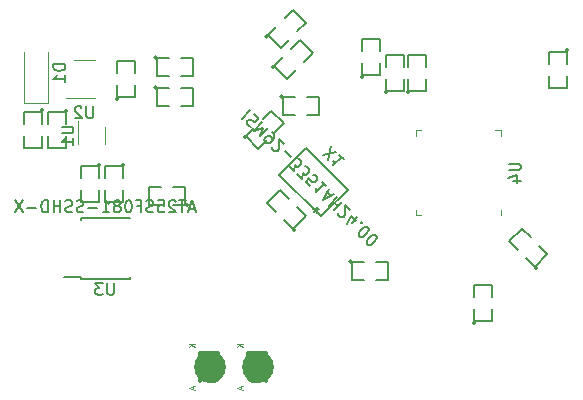
<source format=gbr>
%TF.GenerationSoftware,KiCad,Pcbnew,6.0.10+dfsg-1~bpo11+1*%
%TF.CreationDate,2023-02-14T08:10:15+00:00*%
%TF.ProjectId,PROGLOG01A,50524f47-4c4f-4473-9031-412e6b696361,REV*%
%TF.SameCoordinates,Original*%
%TF.FileFunction,Legend,Bot*%
%TF.FilePolarity,Positive*%
%FSLAX46Y46*%
G04 Gerber Fmt 4.6, Leading zero omitted, Abs format (unit mm)*
G04 Created by KiCad (PCBNEW 6.0.10+dfsg-1~bpo11+1) date 2023-02-14 08:10:15*
%MOMM*%
%LPD*%
G01*
G04 APERTURE LIST*
%ADD10C,0.150000*%
%ADD11C,0.304800*%
%ADD12C,0.099060*%
%ADD13C,0.120000*%
%ADD14C,2.700000*%
G04 APERTURE END LIST*
D10*
%TO.C,U4*%
X205364180Y-120992995D02*
X206173704Y-120992995D01*
X206268942Y-121040614D01*
X206316561Y-121088233D01*
X206364180Y-121183471D01*
X206364180Y-121373947D01*
X206316561Y-121469185D01*
X206268942Y-121516804D01*
X206173704Y-121564423D01*
X205364180Y-121564423D01*
X205697514Y-122469185D02*
X206364180Y-122469185D01*
X205316561Y-122231090D02*
X206030847Y-121992995D01*
X206030847Y-122612042D01*
%TO.C,U1*%
X167505380Y-117856095D02*
X168314904Y-117856095D01*
X168410142Y-117903714D01*
X168457761Y-117951333D01*
X168505380Y-118046571D01*
X168505380Y-118237047D01*
X168457761Y-118332285D01*
X168410142Y-118379904D01*
X168314904Y-118427523D01*
X167505380Y-118427523D01*
X168505380Y-119427523D02*
X168505380Y-118856095D01*
X168505380Y-119141809D02*
X167505380Y-119141809D01*
X167648238Y-119046571D01*
X167743476Y-118951333D01*
X167791095Y-118856095D01*
%TO.C,U2*%
X170179904Y-116144380D02*
X170179904Y-116953904D01*
X170132285Y-117049142D01*
X170084666Y-117096761D01*
X169989428Y-117144380D01*
X169798952Y-117144380D01*
X169703714Y-117096761D01*
X169656095Y-117049142D01*
X169608476Y-116953904D01*
X169608476Y-116144380D01*
X169179904Y-116239619D02*
X169132285Y-116192000D01*
X169037047Y-116144380D01*
X168798952Y-116144380D01*
X168703714Y-116192000D01*
X168656095Y-116239619D01*
X168608476Y-116334857D01*
X168608476Y-116430095D01*
X168656095Y-116572952D01*
X169227523Y-117144380D01*
X168608476Y-117144380D01*
%TO.C,X1*%
X189595604Y-120232504D02*
X190774115Y-119996802D01*
X190067008Y-120703908D02*
X190302710Y-119525397D01*
X191413878Y-120636565D02*
X191009817Y-120232504D01*
X191211848Y-120434534D02*
X190504741Y-121141641D01*
X190538413Y-120973282D01*
X190538413Y-120838595D01*
X190504741Y-120737580D01*
X183494033Y-116488428D02*
X182786926Y-117195534D01*
X183763407Y-116825145D02*
X183898094Y-116892489D01*
X184066453Y-117060847D01*
X184100124Y-117161863D01*
X184100124Y-117229206D01*
X184066453Y-117330221D01*
X183999109Y-117397565D01*
X183898094Y-117431237D01*
X183830750Y-117431237D01*
X183729735Y-117397565D01*
X183561376Y-117296550D01*
X183460361Y-117262878D01*
X183393018Y-117262878D01*
X183292002Y-117296550D01*
X183224659Y-117363893D01*
X183190987Y-117464908D01*
X183190987Y-117532252D01*
X183224659Y-117633267D01*
X183393018Y-117801626D01*
X183527705Y-117868969D01*
X184504185Y-117498580D02*
X183797079Y-118205687D01*
X184537857Y-117936313D01*
X184268483Y-118677091D01*
X184975590Y-117969985D01*
X185345979Y-118340374D02*
X185480666Y-118475061D01*
X185514338Y-118576076D01*
X185514338Y-118643420D01*
X185480666Y-118811778D01*
X185379651Y-118980137D01*
X185110277Y-119249511D01*
X185009262Y-119283183D01*
X184941918Y-119283183D01*
X184840903Y-119249511D01*
X184706216Y-119114824D01*
X184672544Y-119013809D01*
X184672544Y-118946465D01*
X184706216Y-118845450D01*
X184874575Y-118677091D01*
X184975590Y-118643420D01*
X185042933Y-118643420D01*
X185143949Y-118677091D01*
X185278636Y-118811778D01*
X185312307Y-118912794D01*
X185312307Y-118980137D01*
X185278636Y-119081152D01*
X185312307Y-119586229D02*
X185312307Y-119653572D01*
X185345979Y-119754588D01*
X185514338Y-119922946D01*
X185615353Y-119956618D01*
X185682697Y-119956618D01*
X185783712Y-119922946D01*
X185851056Y-119855603D01*
X185918399Y-119720916D01*
X185918399Y-118912794D01*
X186356132Y-119350526D01*
X186389804Y-119922946D02*
X186928552Y-120461694D01*
X186760193Y-121168801D02*
X187197926Y-121606534D01*
X187231597Y-121101458D01*
X187332613Y-121202473D01*
X187433628Y-121236145D01*
X187500971Y-121236145D01*
X187601987Y-121202473D01*
X187770345Y-121034114D01*
X187804017Y-120933099D01*
X187804017Y-120865755D01*
X187770345Y-120764740D01*
X187568315Y-120562710D01*
X187467300Y-120529038D01*
X187399956Y-120529038D01*
X187433628Y-121842236D02*
X187871361Y-122279969D01*
X187905032Y-121774893D01*
X188006048Y-121875908D01*
X188107063Y-121909580D01*
X188174406Y-121909580D01*
X188275422Y-121875908D01*
X188443780Y-121707549D01*
X188477452Y-121606534D01*
X188477452Y-121539190D01*
X188443780Y-121438175D01*
X188241750Y-121236145D01*
X188140735Y-121202473D01*
X188073391Y-121202473D01*
X188511124Y-122919732D02*
X188174406Y-122583015D01*
X188477452Y-122212625D01*
X188477452Y-122279969D01*
X188511124Y-122380984D01*
X188679483Y-122549343D01*
X188780498Y-122583015D01*
X188847841Y-122583015D01*
X188948857Y-122549343D01*
X189117215Y-122380984D01*
X189150887Y-122279969D01*
X189150887Y-122212625D01*
X189117215Y-122111610D01*
X188948857Y-121943251D01*
X188847841Y-121909580D01*
X188780498Y-121909580D01*
X189925337Y-122919732D02*
X189521276Y-122515671D01*
X189723307Y-122717702D02*
X189016200Y-123424808D01*
X189049872Y-123256450D01*
X189049872Y-123121763D01*
X189016200Y-123020747D01*
X189992681Y-123391137D02*
X190329398Y-123727854D01*
X190127368Y-123121763D02*
X189655963Y-124064572D01*
X190598772Y-123593167D01*
X190834475Y-123828869D02*
X190127368Y-124535976D01*
X190464085Y-124199259D02*
X190868146Y-124603320D01*
X191238536Y-124232930D02*
X190531429Y-124940037D01*
X190901818Y-125175740D02*
X190901818Y-125243083D01*
X190935490Y-125344098D01*
X191103849Y-125512457D01*
X191204864Y-125546129D01*
X191272207Y-125546129D01*
X191373223Y-125512457D01*
X191440566Y-125445114D01*
X191507910Y-125310427D01*
X191507910Y-124502304D01*
X191945643Y-124940037D01*
X192080330Y-126017533D02*
X192551734Y-125546129D01*
X191642597Y-126118549D02*
X191979314Y-125445114D01*
X192417047Y-125882846D01*
X192854780Y-125983862D02*
X192922123Y-125983862D01*
X192922123Y-125916518D01*
X192854780Y-125916518D01*
X192854780Y-125983862D01*
X192922123Y-125916518D01*
X192686421Y-127095029D02*
X192753765Y-127162373D01*
X192854780Y-127196045D01*
X192922123Y-127196045D01*
X193023139Y-127162373D01*
X193191497Y-127061358D01*
X193359856Y-126892999D01*
X193460871Y-126724640D01*
X193494543Y-126623625D01*
X193494543Y-126556281D01*
X193460871Y-126455266D01*
X193393528Y-126387923D01*
X193292513Y-126354251D01*
X193225169Y-126354251D01*
X193124154Y-126387923D01*
X192955795Y-126488938D01*
X192787436Y-126657297D01*
X192686421Y-126825655D01*
X192652749Y-126926671D01*
X192652749Y-126994014D01*
X192686421Y-127095029D01*
X193359856Y-127768464D02*
X193427200Y-127835808D01*
X193528215Y-127869480D01*
X193595558Y-127869480D01*
X193696574Y-127835808D01*
X193864932Y-127734793D01*
X194033291Y-127566434D01*
X194134306Y-127398075D01*
X194167978Y-127297060D01*
X194167978Y-127229716D01*
X194134306Y-127128701D01*
X194066963Y-127061358D01*
X193965948Y-127027686D01*
X193898604Y-127027686D01*
X193797589Y-127061358D01*
X193629230Y-127162373D01*
X193460871Y-127330732D01*
X193359856Y-127499090D01*
X193326184Y-127600106D01*
X193326184Y-127667449D01*
X193359856Y-127768464D01*
X188883846Y-125070546D02*
X189052205Y-124902187D01*
X188816503Y-124801172D02*
X189052205Y-124902187D01*
X189153220Y-125137889D01*
X189085877Y-124666485D02*
X189052205Y-124902187D01*
X189287907Y-124868515D01*
D11*
%TO.C,D3*%
X180775428Y-137051142D02*
X179251428Y-137051142D01*
X179251428Y-137414000D01*
X179324000Y-137631714D01*
X179469142Y-137776857D01*
X179614285Y-137849428D01*
X179904571Y-137922000D01*
X180122285Y-137922000D01*
X180412571Y-137849428D01*
X180557714Y-137776857D01*
X180702857Y-137631714D01*
X180775428Y-137414000D01*
X180775428Y-137051142D01*
X179251428Y-138430000D02*
X179251428Y-139373428D01*
X179832000Y-138865428D01*
X179832000Y-139083142D01*
X179904571Y-139228285D01*
X179977142Y-139300857D01*
X180122285Y-139373428D01*
X180485142Y-139373428D01*
X180630285Y-139300857D01*
X180702857Y-139228285D01*
X180775428Y-139083142D01*
X180775428Y-138647714D01*
X180702857Y-138502571D01*
X180630285Y-138430000D01*
D12*
X178619996Y-139857721D02*
X178619996Y-140095998D01*
X178762962Y-139810066D02*
X178262582Y-139976860D01*
X178762962Y-140143653D01*
X178762962Y-136244088D02*
X178262582Y-136244088D01*
X178762962Y-136530019D02*
X178477030Y-136315570D01*
X178262582Y-136530019D02*
X178548513Y-136244088D01*
D11*
%TO.C,D2*%
X184839428Y-137051142D02*
X183315428Y-137051142D01*
X183315428Y-137414000D01*
X183388000Y-137631714D01*
X183533142Y-137776857D01*
X183678285Y-137849428D01*
X183968571Y-137922000D01*
X184186285Y-137922000D01*
X184476571Y-137849428D01*
X184621714Y-137776857D01*
X184766857Y-137631714D01*
X184839428Y-137414000D01*
X184839428Y-137051142D01*
X183460571Y-138502571D02*
X183388000Y-138575142D01*
X183315428Y-138720285D01*
X183315428Y-139083142D01*
X183388000Y-139228285D01*
X183460571Y-139300857D01*
X183605714Y-139373428D01*
X183750857Y-139373428D01*
X183968571Y-139300857D01*
X184839428Y-138430000D01*
X184839428Y-139373428D01*
D12*
X182683996Y-139857721D02*
X182683996Y-140095998D01*
X182826962Y-139810066D02*
X182326582Y-139976860D01*
X182826962Y-140143653D01*
X182826962Y-136244088D02*
X182326582Y-136244088D01*
X182826962Y-136530019D02*
X182541030Y-136315570D01*
X182326582Y-136530019D02*
X182612513Y-136244088D01*
D10*
%TO.C,D1*%
X167806380Y-112573904D02*
X166806380Y-112573904D01*
X166806380Y-112812000D01*
X166854000Y-112954857D01*
X166949238Y-113050095D01*
X167044476Y-113097714D01*
X167234952Y-113145333D01*
X167377809Y-113145333D01*
X167568285Y-113097714D01*
X167663523Y-113050095D01*
X167758761Y-112954857D01*
X167806380Y-112812000D01*
X167806380Y-112573904D01*
X167806380Y-114097714D02*
X167806380Y-113526285D01*
X167806380Y-113812000D02*
X166806380Y-113812000D01*
X166949238Y-113716761D01*
X167044476Y-113621523D01*
X167092095Y-113526285D01*
%TO.C,U3*%
X171942664Y-131108080D02*
X171942664Y-131917604D01*
X171895045Y-132012842D01*
X171847426Y-132060461D01*
X171752188Y-132108080D01*
X171561712Y-132108080D01*
X171466474Y-132060461D01*
X171418855Y-132012842D01*
X171371236Y-131917604D01*
X171371236Y-131108080D01*
X170990283Y-131108080D02*
X170371236Y-131108080D01*
X170704569Y-131489033D01*
X170561712Y-131489033D01*
X170466474Y-131536652D01*
X170418855Y-131584271D01*
X170371236Y-131679509D01*
X170371236Y-131917604D01*
X170418855Y-132012842D01*
X170466474Y-132060461D01*
X170561712Y-132108080D01*
X170847426Y-132108080D01*
X170942664Y-132060461D01*
X170990283Y-132012842D01*
X178775998Y-124822366D02*
X178299807Y-124822366D01*
X178871236Y-125108080D02*
X178537902Y-124108080D01*
X178204569Y-125108080D01*
X178014093Y-124108080D02*
X177442664Y-124108080D01*
X177728379Y-125108080D02*
X177728379Y-124108080D01*
X177156950Y-124203319D02*
X177109331Y-124155700D01*
X177014093Y-124108080D01*
X176775998Y-124108080D01*
X176680760Y-124155700D01*
X176633140Y-124203319D01*
X176585521Y-124298557D01*
X176585521Y-124393795D01*
X176633140Y-124536652D01*
X177204569Y-125108080D01*
X176585521Y-125108080D01*
X175680760Y-124108080D02*
X176156950Y-124108080D01*
X176204569Y-124584271D01*
X176156950Y-124536652D01*
X176061712Y-124489033D01*
X175823617Y-124489033D01*
X175728379Y-124536652D01*
X175680760Y-124584271D01*
X175633140Y-124679509D01*
X175633140Y-124917604D01*
X175680760Y-125012842D01*
X175728379Y-125060461D01*
X175823617Y-125108080D01*
X176061712Y-125108080D01*
X176156950Y-125060461D01*
X176204569Y-125012842D01*
X175252188Y-125060461D02*
X175109331Y-125108080D01*
X174871236Y-125108080D01*
X174775998Y-125060461D01*
X174728379Y-125012842D01*
X174680760Y-124917604D01*
X174680760Y-124822366D01*
X174728379Y-124727128D01*
X174775998Y-124679509D01*
X174871236Y-124631890D01*
X175061712Y-124584271D01*
X175156950Y-124536652D01*
X175204569Y-124489033D01*
X175252188Y-124393795D01*
X175252188Y-124298557D01*
X175204569Y-124203319D01*
X175156950Y-124155700D01*
X175061712Y-124108080D01*
X174823617Y-124108080D01*
X174680760Y-124155700D01*
X173918855Y-124584271D02*
X174252188Y-124584271D01*
X174252188Y-125108080D02*
X174252188Y-124108080D01*
X173775998Y-124108080D01*
X173204569Y-124108080D02*
X173109331Y-124108080D01*
X173014093Y-124155700D01*
X172966474Y-124203319D01*
X172918855Y-124298557D01*
X172871236Y-124489033D01*
X172871236Y-124727128D01*
X172918855Y-124917604D01*
X172966474Y-125012842D01*
X173014093Y-125060461D01*
X173109331Y-125108080D01*
X173204569Y-125108080D01*
X173299807Y-125060461D01*
X173347426Y-125012842D01*
X173395045Y-124917604D01*
X173442664Y-124727128D01*
X173442664Y-124489033D01*
X173395045Y-124298557D01*
X173347426Y-124203319D01*
X173299807Y-124155700D01*
X173204569Y-124108080D01*
X172299807Y-124536652D02*
X172395045Y-124489033D01*
X172442664Y-124441414D01*
X172490283Y-124346176D01*
X172490283Y-124298557D01*
X172442664Y-124203319D01*
X172395045Y-124155700D01*
X172299807Y-124108080D01*
X172109331Y-124108080D01*
X172014093Y-124155700D01*
X171966474Y-124203319D01*
X171918855Y-124298557D01*
X171918855Y-124346176D01*
X171966474Y-124441414D01*
X172014093Y-124489033D01*
X172109331Y-124536652D01*
X172299807Y-124536652D01*
X172395045Y-124584271D01*
X172442664Y-124631890D01*
X172490283Y-124727128D01*
X172490283Y-124917604D01*
X172442664Y-125012842D01*
X172395045Y-125060461D01*
X172299807Y-125108080D01*
X172109331Y-125108080D01*
X172014093Y-125060461D01*
X171966474Y-125012842D01*
X171918855Y-124917604D01*
X171918855Y-124727128D01*
X171966474Y-124631890D01*
X172014093Y-124584271D01*
X172109331Y-124536652D01*
X170966474Y-125108080D02*
X171537902Y-125108080D01*
X171252188Y-125108080D02*
X171252188Y-124108080D01*
X171347426Y-124250938D01*
X171442664Y-124346176D01*
X171537902Y-124393795D01*
X170537902Y-124727128D02*
X169775998Y-124727128D01*
X169347426Y-125060461D02*
X169204569Y-125108080D01*
X168966474Y-125108080D01*
X168871236Y-125060461D01*
X168823617Y-125012842D01*
X168775998Y-124917604D01*
X168775998Y-124822366D01*
X168823617Y-124727128D01*
X168871236Y-124679509D01*
X168966474Y-124631890D01*
X169156950Y-124584271D01*
X169252188Y-124536652D01*
X169299807Y-124489033D01*
X169347426Y-124393795D01*
X169347426Y-124298557D01*
X169299807Y-124203319D01*
X169252188Y-124155700D01*
X169156950Y-124108080D01*
X168918855Y-124108080D01*
X168775998Y-124155700D01*
X168395045Y-125060461D02*
X168252188Y-125108080D01*
X168014093Y-125108080D01*
X167918855Y-125060461D01*
X167871236Y-125012842D01*
X167823617Y-124917604D01*
X167823617Y-124822366D01*
X167871236Y-124727128D01*
X167918855Y-124679509D01*
X168014093Y-124631890D01*
X168204569Y-124584271D01*
X168299807Y-124536652D01*
X168347426Y-124489033D01*
X168395045Y-124393795D01*
X168395045Y-124298557D01*
X168347426Y-124203319D01*
X168299807Y-124155700D01*
X168204569Y-124108080D01*
X167966474Y-124108080D01*
X167823617Y-124155700D01*
X167395045Y-125108080D02*
X167395045Y-124108080D01*
X167395045Y-124584271D02*
X166823617Y-124584271D01*
X166823617Y-125108080D02*
X166823617Y-124108080D01*
X166347426Y-125108080D02*
X166347426Y-124108080D01*
X166109331Y-124108080D01*
X165966474Y-124155700D01*
X165871236Y-124250938D01*
X165823617Y-124346176D01*
X165775998Y-124536652D01*
X165775998Y-124679509D01*
X165823617Y-124869985D01*
X165871236Y-124965223D01*
X165966474Y-125060461D01*
X166109331Y-125108080D01*
X166347426Y-125108080D01*
X165347426Y-124727128D02*
X164585521Y-124727128D01*
X164204569Y-124108080D02*
X163537902Y-125108080D01*
X163537902Y-124108080D02*
X164204569Y-125108080D01*
D13*
%TO.C,U4*%
X204701800Y-124889900D02*
X204701800Y-125364900D01*
X204701800Y-118144900D02*
X204226800Y-118144900D01*
X197481800Y-118619900D02*
X197481800Y-118144900D01*
X197481800Y-118144900D02*
X197956800Y-118144900D01*
X197481800Y-124889900D02*
X197481800Y-125364900D01*
X197481800Y-125364900D02*
X197956800Y-125364900D01*
X204701800Y-118619900D02*
X204701800Y-118144900D01*
D10*
%TO.C,C3*%
X165862000Y-119634000D02*
X165862000Y-118618000D01*
X165862000Y-117602000D02*
X165862000Y-116586000D01*
X164338000Y-118618000D02*
X164338000Y-119634000D01*
X165862000Y-116586000D02*
X164338000Y-116586000D01*
X164338000Y-116586000D02*
X164338000Y-117602000D01*
X164338000Y-119634000D02*
X165862000Y-119634000D01*
X165989000Y-116459000D02*
G75*
G03*
X165989000Y-116459000I-127000J0D01*
G01*
D13*
%TO.C,U1*%
X168893000Y-119318000D02*
X168893000Y-117418000D01*
X171213000Y-117918000D02*
X171213000Y-119318000D01*
%TO.C,U2*%
X170318000Y-115402000D02*
X167868000Y-115402000D01*
X168518000Y-112182000D02*
X170318000Y-112182000D01*
D10*
%TO.C,C4*%
X173736000Y-112331500D02*
X172212000Y-112331500D01*
X173736000Y-115379500D02*
X173736000Y-114363500D01*
X172212000Y-112331500D02*
X172212000Y-113347500D01*
X172212000Y-114363500D02*
X172212000Y-115379500D01*
X172212000Y-115379500D02*
X173736000Y-115379500D01*
X173736000Y-113347500D02*
X173736000Y-112331500D01*
X172339000Y-115506500D02*
G75*
G03*
X172339000Y-115506500I-127000J0D01*
G01*
%TO.C,R3*%
X178625500Y-113538000D02*
X178625500Y-112014000D01*
X177609500Y-113538000D02*
X178625500Y-113538000D01*
X175577500Y-112014000D02*
X175577500Y-113538000D01*
X176593500Y-112014000D02*
X175577500Y-112014000D01*
X175577500Y-113538000D02*
X176593500Y-113538000D01*
X178625500Y-112014000D02*
X177609500Y-112014000D01*
X175577500Y-112014000D02*
G75*
G03*
X175577500Y-112014000I-127000J0D01*
G01*
%TO.C,R2*%
X175577500Y-114554000D02*
X175577500Y-116078000D01*
X175577500Y-116078000D02*
X176593500Y-116078000D01*
X176593500Y-114554000D02*
X175577500Y-114554000D01*
X177609500Y-116078000D02*
X178625500Y-116078000D01*
X178625500Y-116078000D02*
X178625500Y-114554000D01*
X178625500Y-114554000D02*
X177609500Y-114554000D01*
X175577500Y-114554000D02*
G75*
G03*
X175577500Y-114554000I-127000J0D01*
G01*
%TO.C,R8*%
X185677255Y-109409114D02*
X184958835Y-110127534D01*
X187114096Y-107972273D02*
X186395676Y-108690693D01*
X186036466Y-111205165D02*
X186754886Y-110486745D01*
X188191727Y-109049904D02*
X187114096Y-107972273D01*
X184958835Y-110127534D02*
X186036466Y-111205165D01*
X187473307Y-109768324D02*
X188191727Y-109049904D01*
X184996032Y-110217337D02*
G75*
G03*
X184996032Y-110217337I-127000J0D01*
G01*
%TO.C,R10*%
X208788000Y-114554000D02*
X210312000Y-114554000D01*
X208788000Y-111506000D02*
X208788000Y-112522000D01*
X210312000Y-111506000D02*
X208788000Y-111506000D01*
X210312000Y-114554000D02*
X210312000Y-113538000D01*
X208788000Y-113538000D02*
X208788000Y-114554000D01*
X210312000Y-112522000D02*
X210312000Y-111506000D01*
X210439000Y-111379000D02*
G75*
G03*
X210439000Y-111379000I-127000J0D01*
G01*
%TO.C,R9*%
X192087500Y-129286000D02*
X192087500Y-130810000D01*
X195135500Y-130810000D02*
X195135500Y-129286000D01*
X195135500Y-129286000D02*
X194119500Y-129286000D01*
X192087500Y-130810000D02*
X193103500Y-130810000D01*
X193103500Y-129286000D02*
X192087500Y-129286000D01*
X194119500Y-130810000D02*
X195135500Y-130810000D01*
X192087500Y-129286000D02*
G75*
G03*
X192087500Y-129286000I-127000J0D01*
G01*
%TO.C,R5*%
X170688000Y-122237500D02*
X170688000Y-121221500D01*
X169164000Y-123253500D02*
X169164000Y-124269500D01*
X169164000Y-121221500D02*
X169164000Y-122237500D01*
X170688000Y-124269500D02*
X170688000Y-123253500D01*
X170688000Y-121221500D02*
X169164000Y-121221500D01*
X169164000Y-124269500D02*
X170688000Y-124269500D01*
X170815000Y-121094500D02*
G75*
G03*
X170815000Y-121094500I-127000J0D01*
G01*
%TO.C,X1*%
X191748138Y-123191396D02*
X188212604Y-119655862D01*
X188212604Y-119655862D02*
X185949862Y-121918604D01*
X185949862Y-121918604D02*
X189485396Y-125454138D01*
X189485396Y-125454138D02*
X191748138Y-123191396D01*
%TO.C,C1*%
X202438000Y-133337300D02*
X202438000Y-134353300D01*
X203962000Y-132321300D02*
X203962000Y-131305300D01*
X202438000Y-131305300D02*
X202438000Y-132321300D01*
X203962000Y-131305300D02*
X202438000Y-131305300D01*
X203962000Y-134353300D02*
X203962000Y-133337300D01*
X202438000Y-134353300D02*
X203962000Y-134353300D01*
X202565000Y-134480300D02*
G75*
G03*
X202565000Y-134480300I-127000J0D01*
G01*
%TO.C,C2*%
X167894000Y-116649500D02*
X166370000Y-116649500D01*
X166370000Y-119697500D02*
X167894000Y-119697500D01*
X166370000Y-118681500D02*
X166370000Y-119697500D01*
X167894000Y-119697500D02*
X167894000Y-118681500D01*
X166370000Y-116649500D02*
X166370000Y-117665500D01*
X167894000Y-117665500D02*
X167894000Y-116649500D01*
X168021000Y-116522500D02*
G75*
G03*
X168021000Y-116522500I-127000J0D01*
G01*
%TO.C,R7*%
X185517635Y-112718334D02*
X186595266Y-113795965D01*
X187672896Y-110563073D02*
X186954476Y-111281493D01*
X188750527Y-111640704D02*
X187672896Y-110563073D01*
X186236055Y-111999914D02*
X185517635Y-112718334D01*
X188032107Y-112359124D02*
X188750527Y-111640704D01*
X186595266Y-113795965D02*
X187313686Y-113077545D01*
X185554832Y-112808137D02*
G75*
G03*
X185554832Y-112808137I-127000J0D01*
G01*
%TO.C,R6*%
X172720000Y-124269500D02*
X172720000Y-123253500D01*
X171196000Y-123253500D02*
X171196000Y-124269500D01*
X171196000Y-124269500D02*
X172720000Y-124269500D01*
X171196000Y-121221500D02*
X171196000Y-122237500D01*
X172720000Y-122237500D02*
X172720000Y-121221500D01*
X172720000Y-121221500D02*
X171196000Y-121221500D01*
X172847000Y-121094500D02*
G75*
G03*
X172847000Y-121094500I-127000J0D01*
G01*
D13*
%TO.C,D1*%
X166354000Y-115862000D02*
X164354000Y-115862000D01*
X166354000Y-111562000D02*
X166354000Y-115862000D01*
X164354000Y-115862000D02*
X164354000Y-111562000D01*
D10*
%TO.C,C6*%
X196469000Y-112776000D02*
X196469000Y-111760000D01*
X196469000Y-111760000D02*
X194945000Y-111760000D01*
X194945000Y-113792000D02*
X194945000Y-114808000D01*
X194945000Y-111760000D02*
X194945000Y-112776000D01*
X196469000Y-114808000D02*
X196469000Y-113792000D01*
X194945000Y-114808000D02*
X196469000Y-114808000D01*
X195072000Y-114935000D02*
G75*
G03*
X195072000Y-114935000I-127000J0D01*
G01*
%TO.C,C5*%
X192913000Y-112509300D02*
X192913000Y-113525300D01*
X192913000Y-113525300D02*
X194437000Y-113525300D01*
X194437000Y-111493300D02*
X194437000Y-110477300D01*
X194437000Y-110477300D02*
X192913000Y-110477300D01*
X192913000Y-110477300D02*
X192913000Y-111493300D01*
X194437000Y-113525300D02*
X194437000Y-112509300D01*
X193040000Y-113652300D02*
G75*
G03*
X193040000Y-113652300I-127000J0D01*
G01*
%TO.C,C9*%
X186325246Y-117571185D02*
X185247615Y-116493554D01*
X184169985Y-119726446D02*
X184888405Y-119008026D01*
X183092354Y-118648815D02*
X184169985Y-119726446D01*
X185247615Y-116493554D02*
X184529195Y-117211974D01*
X185606826Y-118289605D02*
X186325246Y-117571185D01*
X183810774Y-117930395D02*
X183092354Y-118648815D01*
X183129551Y-118738618D02*
G75*
G03*
X183129551Y-118738618I-127000J0D01*
G01*
%TO.C,U3*%
X169105760Y-130730700D02*
X173255760Y-130730700D01*
X169105760Y-125580700D02*
X169105760Y-125725700D01*
X169105760Y-130730700D02*
X169105760Y-130585700D01*
X169105760Y-130585700D02*
X167705760Y-130585700D01*
X169105760Y-125580700D02*
X173255760Y-125580700D01*
X173255760Y-130730700D02*
X173255760Y-130585700D01*
%TO.C,R1*%
X177990500Y-122936000D02*
X176974500Y-122936000D01*
X177990500Y-124460000D02*
X177990500Y-122936000D01*
X176974500Y-124460000D02*
X177990500Y-124460000D01*
X174942500Y-124460000D02*
X175958500Y-124460000D01*
X174942500Y-122936000D02*
X174942500Y-124460000D01*
X175958500Y-122936000D02*
X174942500Y-122936000D01*
X178244500Y-124460000D02*
G75*
G03*
X178244500Y-124460000I-127000J0D01*
G01*
%TO.C,C10*%
X206842676Y-129002507D02*
X207561096Y-129720927D01*
X207201886Y-127206455D02*
X206483466Y-126488035D01*
X206483466Y-126488035D02*
X205405835Y-127565666D01*
X207561096Y-129720927D02*
X208638727Y-128643296D01*
X205405835Y-127565666D02*
X206124255Y-128284086D01*
X208638727Y-128643296D02*
X207920307Y-127924876D01*
X207777899Y-129810730D02*
G75*
G03*
X207777899Y-129810730I-127000J0D01*
G01*
%TO.C,C7*%
X188154465Y-125418334D02*
X187436045Y-124699914D01*
X185999204Y-123263073D02*
X184921573Y-124340704D01*
X187076834Y-126495965D02*
X188154465Y-125418334D01*
X186358414Y-125777545D02*
X187076834Y-126495965D01*
X184921573Y-124340704D02*
X185639993Y-125059124D01*
X186717624Y-123981493D02*
X185999204Y-123263073D01*
X187293637Y-126585768D02*
G75*
G03*
X187293637Y-126585768I-127000J0D01*
G01*
%TO.C,C8*%
X186220100Y-116840000D02*
X187236100Y-116840000D01*
X188252100Y-116840000D02*
X189268100Y-116840000D01*
X187236100Y-115316000D02*
X186220100Y-115316000D01*
X189268100Y-115316000D02*
X188252100Y-115316000D01*
X186220100Y-115316000D02*
X186220100Y-116840000D01*
X189268100Y-116840000D02*
X189268100Y-115316000D01*
X186220100Y-115316000D02*
G75*
G03*
X186220100Y-115316000I-127000J0D01*
G01*
%TO.C,R4*%
X196850000Y-113792000D02*
X196850000Y-114808000D01*
X198374000Y-114808000D02*
X198374000Y-113792000D01*
X198374000Y-112776000D02*
X198374000Y-111760000D01*
X196850000Y-111760000D02*
X196850000Y-112776000D01*
X198374000Y-111760000D02*
X196850000Y-111760000D01*
X196850000Y-114808000D02*
X198374000Y-114808000D01*
X196977000Y-114935000D02*
G75*
G03*
X196977000Y-114935000I-127000J0D01*
G01*
%TD*%
D14*
%TO.C,D3*%
X180086000Y-138176000D03*
%TD*%
%TO.C,D2*%
X184150000Y-138176000D03*
%TD*%
M02*

</source>
